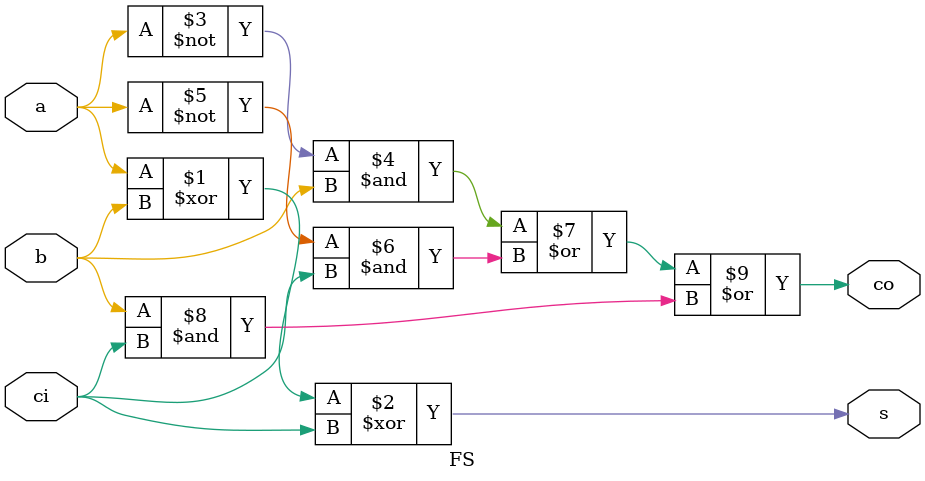
<source format=v>
module FS(a, b, ci, co, s);
input a, b, ci;
output co, s;

assign s = a ^ b ^ ci;
assign co = (~a & b) |(~a & ci) | (b & ci);
endmodule

</source>
